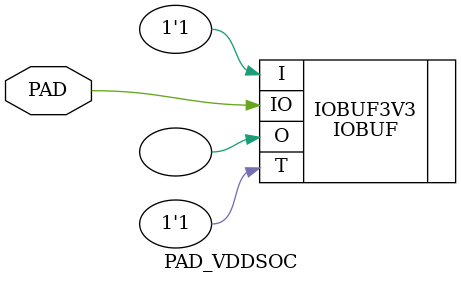
<source format=v>

module PAD_VDDSOC (
   // Inouts
   PAD
   );
   inout PAD;

  IOBUF #(
    .IOSTANDARD ("LVCMOS33"),
    .DRIVE(8)
  ) IOBUF3V3 (
    .O( ),
    .IO(PAD),
    .I(1'b1),
    .T(1'b1)
  );
    
endmodule // PAD_VDDSOC

</source>
